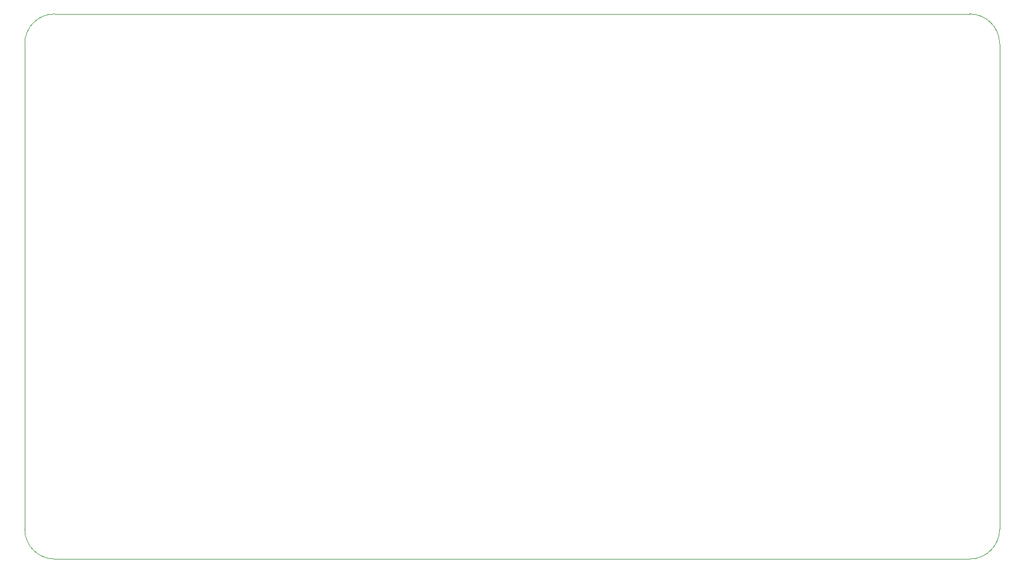
<source format=gbr>
%TF.GenerationSoftware,KiCad,Pcbnew,(6.0.5)*%
%TF.CreationDate,2022-06-29T10:50:51+01:00*%
%TF.ProjectId,PCB,5043422e-6b69-4636-9164-5f7063625858,rev?*%
%TF.SameCoordinates,Original*%
%TF.FileFunction,Profile,NP*%
%FSLAX46Y46*%
G04 Gerber Fmt 4.6, Leading zero omitted, Abs format (unit mm)*
G04 Created by KiCad (PCBNEW (6.0.5)) date 2022-06-29 10:50:51*
%MOMM*%
%LPD*%
G01*
G04 APERTURE LIST*
%TA.AperFunction,Profile*%
%ADD10C,0.100000*%
%TD*%
G04 APERTURE END LIST*
D10*
X84197056Y-58999956D02*
G75*
G03*
X79697056Y-63500000I44J-4500044D01*
G01*
X84197056Y-141000000D02*
X221818019Y-140999998D01*
X79697100Y-136500000D02*
G75*
G03*
X84197056Y-141000000I4500000J0D01*
G01*
X226318019Y-136499998D02*
X226318021Y-63500000D01*
X221818019Y-141000019D02*
G75*
G03*
X226318019Y-136499998I-19J4500019D01*
G01*
X79697056Y-63500000D02*
X79697056Y-136500000D01*
X226318000Y-63500000D02*
G75*
G03*
X221818021Y-59000000I-4500000J0D01*
G01*
X221818021Y-59000000D02*
X84197056Y-59000000D01*
M02*

</source>
